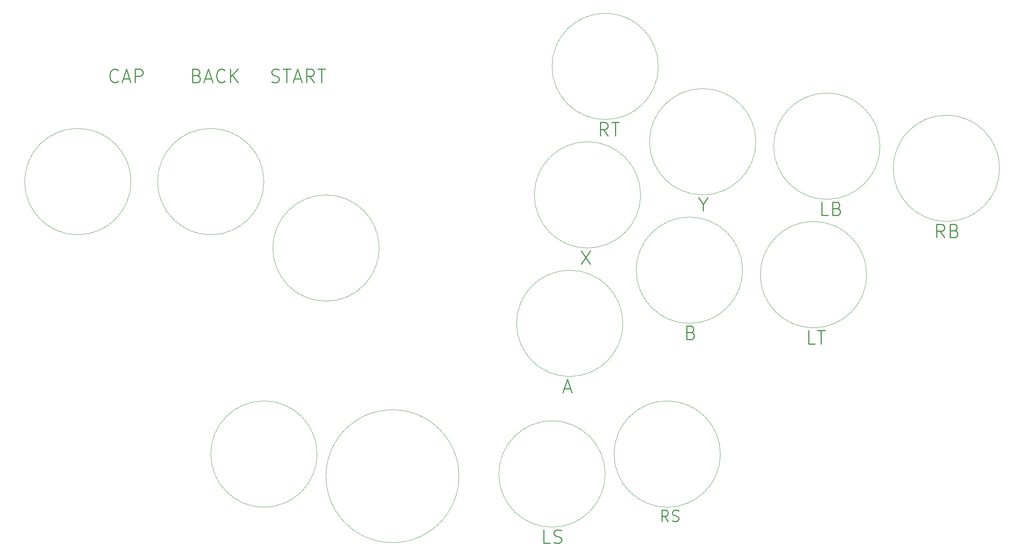
<source format=gbr>
%TF.GenerationSoftware,KiCad,Pcbnew,8.0.4*%
%TF.CreationDate,2024-08-31T11:22:35+09:00*%
%TF.ProjectId,nzx,6e7a782e-6b69-4636-9164-5f7063625858,rev?*%
%TF.SameCoordinates,Original*%
%TF.FileFunction,Legend,Top*%
%TF.FilePolarity,Positive*%
%FSLAX46Y46*%
G04 Gerber Fmt 4.6, Leading zero omitted, Abs format (unit mm)*
G04 Created by KiCad (PCBNEW 8.0.4) date 2024-08-31 11:22:35*
%MOMM*%
%LPD*%
G01*
G04 APERTURE LIST*
%ADD10C,0.250000*%
%ADD11C,0.100000*%
G04 APERTURE END LIST*
D10*
X213807330Y-61119857D02*
X212378758Y-61119857D01*
X212378758Y-61119857D02*
X212378758Y-58119857D01*
X215807329Y-59548428D02*
X216235901Y-59691285D01*
X216235901Y-59691285D02*
X216378758Y-59834142D01*
X216378758Y-59834142D02*
X216521615Y-60119857D01*
X216521615Y-60119857D02*
X216521615Y-60548428D01*
X216521615Y-60548428D02*
X216378758Y-60834142D01*
X216378758Y-60834142D02*
X216235901Y-60977000D01*
X216235901Y-60977000D02*
X215950186Y-61119857D01*
X215950186Y-61119857D02*
X214807329Y-61119857D01*
X214807329Y-61119857D02*
X214807329Y-58119857D01*
X214807329Y-58119857D02*
X215807329Y-58119857D01*
X215807329Y-58119857D02*
X216093044Y-58262714D01*
X216093044Y-58262714D02*
X216235901Y-58405571D01*
X216235901Y-58405571D02*
X216378758Y-58691285D01*
X216378758Y-58691285D02*
X216378758Y-58977000D01*
X216378758Y-58977000D02*
X216235901Y-59262714D01*
X216235901Y-59262714D02*
X216093044Y-59405571D01*
X216093044Y-59405571D02*
X215807329Y-59548428D01*
X215807329Y-59548428D02*
X214807329Y-59548428D01*
X182878758Y-87548428D02*
X183307330Y-87691285D01*
X183307330Y-87691285D02*
X183450187Y-87834142D01*
X183450187Y-87834142D02*
X183593044Y-88119857D01*
X183593044Y-88119857D02*
X183593044Y-88548428D01*
X183593044Y-88548428D02*
X183450187Y-88834142D01*
X183450187Y-88834142D02*
X183307330Y-88977000D01*
X183307330Y-88977000D02*
X183021615Y-89119857D01*
X183021615Y-89119857D02*
X181878758Y-89119857D01*
X181878758Y-89119857D02*
X181878758Y-86119857D01*
X181878758Y-86119857D02*
X182878758Y-86119857D01*
X182878758Y-86119857D02*
X183164473Y-86262714D01*
X183164473Y-86262714D02*
X183307330Y-86405571D01*
X183307330Y-86405571D02*
X183450187Y-86691285D01*
X183450187Y-86691285D02*
X183450187Y-86977000D01*
X183450187Y-86977000D02*
X183307330Y-87262714D01*
X183307330Y-87262714D02*
X183164473Y-87405571D01*
X183164473Y-87405571D02*
X182878758Y-87548428D01*
X182878758Y-87548428D02*
X181878758Y-87548428D01*
X158093044Y-69119857D02*
X160093044Y-72119857D01*
X160093044Y-69119857D02*
X158093044Y-72119857D01*
X151089473Y-135119857D02*
X149660901Y-135119857D01*
X149660901Y-135119857D02*
X149660901Y-132119857D01*
X151946615Y-134977000D02*
X152375187Y-135119857D01*
X152375187Y-135119857D02*
X153089472Y-135119857D01*
X153089472Y-135119857D02*
X153375187Y-134977000D01*
X153375187Y-134977000D02*
X153518044Y-134834142D01*
X153518044Y-134834142D02*
X153660901Y-134548428D01*
X153660901Y-134548428D02*
X153660901Y-134262714D01*
X153660901Y-134262714D02*
X153518044Y-133977000D01*
X153518044Y-133977000D02*
X153375187Y-133834142D01*
X153375187Y-133834142D02*
X153089472Y-133691285D01*
X153089472Y-133691285D02*
X152518044Y-133548428D01*
X152518044Y-133548428D02*
X152232329Y-133405571D01*
X152232329Y-133405571D02*
X152089472Y-133262714D01*
X152089472Y-133262714D02*
X151946615Y-132977000D01*
X151946615Y-132977000D02*
X151946615Y-132691285D01*
X151946615Y-132691285D02*
X152089472Y-132405571D01*
X152089472Y-132405571D02*
X152232329Y-132262714D01*
X152232329Y-132262714D02*
X152518044Y-132119857D01*
X152518044Y-132119857D02*
X153232329Y-132119857D01*
X153232329Y-132119857D02*
X153660901Y-132262714D01*
X88235901Y-30977000D02*
X88664473Y-31119857D01*
X88664473Y-31119857D02*
X89378758Y-31119857D01*
X89378758Y-31119857D02*
X89664473Y-30977000D01*
X89664473Y-30977000D02*
X89807330Y-30834142D01*
X89807330Y-30834142D02*
X89950187Y-30548428D01*
X89950187Y-30548428D02*
X89950187Y-30262714D01*
X89950187Y-30262714D02*
X89807330Y-29977000D01*
X89807330Y-29977000D02*
X89664473Y-29834142D01*
X89664473Y-29834142D02*
X89378758Y-29691285D01*
X89378758Y-29691285D02*
X88807330Y-29548428D01*
X88807330Y-29548428D02*
X88521615Y-29405571D01*
X88521615Y-29405571D02*
X88378758Y-29262714D01*
X88378758Y-29262714D02*
X88235901Y-28977000D01*
X88235901Y-28977000D02*
X88235901Y-28691285D01*
X88235901Y-28691285D02*
X88378758Y-28405571D01*
X88378758Y-28405571D02*
X88521615Y-28262714D01*
X88521615Y-28262714D02*
X88807330Y-28119857D01*
X88807330Y-28119857D02*
X89521615Y-28119857D01*
X89521615Y-28119857D02*
X89950187Y-28262714D01*
X90807330Y-28119857D02*
X92521616Y-28119857D01*
X91664473Y-31119857D02*
X91664473Y-28119857D01*
X93378758Y-30262714D02*
X94807330Y-30262714D01*
X93093044Y-31119857D02*
X94093044Y-28119857D01*
X94093044Y-28119857D02*
X95093044Y-31119857D01*
X97807330Y-31119857D02*
X96807330Y-29691285D01*
X96093044Y-31119857D02*
X96093044Y-28119857D01*
X96093044Y-28119857D02*
X97235901Y-28119857D01*
X97235901Y-28119857D02*
X97521616Y-28262714D01*
X97521616Y-28262714D02*
X97664473Y-28405571D01*
X97664473Y-28405571D02*
X97807330Y-28691285D01*
X97807330Y-28691285D02*
X97807330Y-29119857D01*
X97807330Y-29119857D02*
X97664473Y-29405571D01*
X97664473Y-29405571D02*
X97521616Y-29548428D01*
X97521616Y-29548428D02*
X97235901Y-29691285D01*
X97235901Y-29691285D02*
X96093044Y-29691285D01*
X98664473Y-28119857D02*
X100378759Y-28119857D01*
X99521616Y-31119857D02*
X99521616Y-28119857D01*
X53593044Y-30834142D02*
X53450187Y-30977000D01*
X53450187Y-30977000D02*
X53021615Y-31119857D01*
X53021615Y-31119857D02*
X52735901Y-31119857D01*
X52735901Y-31119857D02*
X52307330Y-30977000D01*
X52307330Y-30977000D02*
X52021615Y-30691285D01*
X52021615Y-30691285D02*
X51878758Y-30405571D01*
X51878758Y-30405571D02*
X51735901Y-29834142D01*
X51735901Y-29834142D02*
X51735901Y-29405571D01*
X51735901Y-29405571D02*
X51878758Y-28834142D01*
X51878758Y-28834142D02*
X52021615Y-28548428D01*
X52021615Y-28548428D02*
X52307330Y-28262714D01*
X52307330Y-28262714D02*
X52735901Y-28119857D01*
X52735901Y-28119857D02*
X53021615Y-28119857D01*
X53021615Y-28119857D02*
X53450187Y-28262714D01*
X53450187Y-28262714D02*
X53593044Y-28405571D01*
X54735901Y-30262714D02*
X56164473Y-30262714D01*
X54450187Y-31119857D02*
X55450187Y-28119857D01*
X55450187Y-28119857D02*
X56450187Y-31119857D01*
X57450187Y-31119857D02*
X57450187Y-28119857D01*
X57450187Y-28119857D02*
X58593044Y-28119857D01*
X58593044Y-28119857D02*
X58878759Y-28262714D01*
X58878759Y-28262714D02*
X59021616Y-28405571D01*
X59021616Y-28405571D02*
X59164473Y-28691285D01*
X59164473Y-28691285D02*
X59164473Y-29119857D01*
X59164473Y-29119857D02*
X59021616Y-29405571D01*
X59021616Y-29405571D02*
X58878759Y-29548428D01*
X58878759Y-29548428D02*
X58593044Y-29691285D01*
X58593044Y-29691285D02*
X57450187Y-29691285D01*
X185589473Y-58691285D02*
X185589473Y-60119857D01*
X184589473Y-57119857D02*
X185589473Y-58691285D01*
X185589473Y-58691285D02*
X186589473Y-57119857D01*
X177688282Y-130181047D02*
X176854949Y-128990571D01*
X176259711Y-130181047D02*
X176259711Y-127681047D01*
X176259711Y-127681047D02*
X177212092Y-127681047D01*
X177212092Y-127681047D02*
X177450187Y-127800095D01*
X177450187Y-127800095D02*
X177569234Y-127919142D01*
X177569234Y-127919142D02*
X177688282Y-128157238D01*
X177688282Y-128157238D02*
X177688282Y-128514380D01*
X177688282Y-128514380D02*
X177569234Y-128752476D01*
X177569234Y-128752476D02*
X177450187Y-128871523D01*
X177450187Y-128871523D02*
X177212092Y-128990571D01*
X177212092Y-128990571D02*
X176259711Y-128990571D01*
X178640663Y-130062000D02*
X178997806Y-130181047D01*
X178997806Y-130181047D02*
X179593044Y-130181047D01*
X179593044Y-130181047D02*
X179831139Y-130062000D01*
X179831139Y-130062000D02*
X179950187Y-129942952D01*
X179950187Y-129942952D02*
X180069234Y-129704857D01*
X180069234Y-129704857D02*
X180069234Y-129466761D01*
X180069234Y-129466761D02*
X179950187Y-129228666D01*
X179950187Y-129228666D02*
X179831139Y-129109619D01*
X179831139Y-129109619D02*
X179593044Y-128990571D01*
X179593044Y-128990571D02*
X179116853Y-128871523D01*
X179116853Y-128871523D02*
X178878758Y-128752476D01*
X178878758Y-128752476D02*
X178759711Y-128633428D01*
X178759711Y-128633428D02*
X178640663Y-128395333D01*
X178640663Y-128395333D02*
X178640663Y-128157238D01*
X178640663Y-128157238D02*
X178759711Y-127919142D01*
X178759711Y-127919142D02*
X178878758Y-127800095D01*
X178878758Y-127800095D02*
X179116853Y-127681047D01*
X179116853Y-127681047D02*
X179712092Y-127681047D01*
X179712092Y-127681047D02*
X180069234Y-127800095D01*
X210807330Y-90119857D02*
X209378758Y-90119857D01*
X209378758Y-90119857D02*
X209378758Y-87119857D01*
X211378758Y-87119857D02*
X213093044Y-87119857D01*
X212235901Y-90119857D02*
X212235901Y-87119857D01*
X71378758Y-29548428D02*
X71807330Y-29691285D01*
X71807330Y-29691285D02*
X71950187Y-29834142D01*
X71950187Y-29834142D02*
X72093044Y-30119857D01*
X72093044Y-30119857D02*
X72093044Y-30548428D01*
X72093044Y-30548428D02*
X71950187Y-30834142D01*
X71950187Y-30834142D02*
X71807330Y-30977000D01*
X71807330Y-30977000D02*
X71521615Y-31119857D01*
X71521615Y-31119857D02*
X70378758Y-31119857D01*
X70378758Y-31119857D02*
X70378758Y-28119857D01*
X70378758Y-28119857D02*
X71378758Y-28119857D01*
X71378758Y-28119857D02*
X71664473Y-28262714D01*
X71664473Y-28262714D02*
X71807330Y-28405571D01*
X71807330Y-28405571D02*
X71950187Y-28691285D01*
X71950187Y-28691285D02*
X71950187Y-28977000D01*
X71950187Y-28977000D02*
X71807330Y-29262714D01*
X71807330Y-29262714D02*
X71664473Y-29405571D01*
X71664473Y-29405571D02*
X71378758Y-29548428D01*
X71378758Y-29548428D02*
X70378758Y-29548428D01*
X73235901Y-30262714D02*
X74664473Y-30262714D01*
X72950187Y-31119857D02*
X73950187Y-28119857D01*
X73950187Y-28119857D02*
X74950187Y-31119857D01*
X77664473Y-30834142D02*
X77521616Y-30977000D01*
X77521616Y-30977000D02*
X77093044Y-31119857D01*
X77093044Y-31119857D02*
X76807330Y-31119857D01*
X76807330Y-31119857D02*
X76378759Y-30977000D01*
X76378759Y-30977000D02*
X76093044Y-30691285D01*
X76093044Y-30691285D02*
X75950187Y-30405571D01*
X75950187Y-30405571D02*
X75807330Y-29834142D01*
X75807330Y-29834142D02*
X75807330Y-29405571D01*
X75807330Y-29405571D02*
X75950187Y-28834142D01*
X75950187Y-28834142D02*
X76093044Y-28548428D01*
X76093044Y-28548428D02*
X76378759Y-28262714D01*
X76378759Y-28262714D02*
X76807330Y-28119857D01*
X76807330Y-28119857D02*
X77093044Y-28119857D01*
X77093044Y-28119857D02*
X77521616Y-28262714D01*
X77521616Y-28262714D02*
X77664473Y-28405571D01*
X78950187Y-31119857D02*
X78950187Y-28119857D01*
X80664473Y-31119857D02*
X79378759Y-29405571D01*
X80664473Y-28119857D02*
X78950187Y-29834142D01*
X154235901Y-100262714D02*
X155664473Y-100262714D01*
X153950187Y-101119857D02*
X154950187Y-98119857D01*
X154950187Y-98119857D02*
X155950187Y-101119857D01*
X240018044Y-66119857D02*
X239018044Y-64691285D01*
X238303758Y-66119857D02*
X238303758Y-63119857D01*
X238303758Y-63119857D02*
X239446615Y-63119857D01*
X239446615Y-63119857D02*
X239732330Y-63262714D01*
X239732330Y-63262714D02*
X239875187Y-63405571D01*
X239875187Y-63405571D02*
X240018044Y-63691285D01*
X240018044Y-63691285D02*
X240018044Y-64119857D01*
X240018044Y-64119857D02*
X239875187Y-64405571D01*
X239875187Y-64405571D02*
X239732330Y-64548428D01*
X239732330Y-64548428D02*
X239446615Y-64691285D01*
X239446615Y-64691285D02*
X238303758Y-64691285D01*
X242303758Y-64548428D02*
X242732330Y-64691285D01*
X242732330Y-64691285D02*
X242875187Y-64834142D01*
X242875187Y-64834142D02*
X243018044Y-65119857D01*
X243018044Y-65119857D02*
X243018044Y-65548428D01*
X243018044Y-65548428D02*
X242875187Y-65834142D01*
X242875187Y-65834142D02*
X242732330Y-65977000D01*
X242732330Y-65977000D02*
X242446615Y-66119857D01*
X242446615Y-66119857D02*
X241303758Y-66119857D01*
X241303758Y-66119857D02*
X241303758Y-63119857D01*
X241303758Y-63119857D02*
X242303758Y-63119857D01*
X242303758Y-63119857D02*
X242589473Y-63262714D01*
X242589473Y-63262714D02*
X242732330Y-63405571D01*
X242732330Y-63405571D02*
X242875187Y-63691285D01*
X242875187Y-63691285D02*
X242875187Y-63977000D01*
X242875187Y-63977000D02*
X242732330Y-64262714D01*
X242732330Y-64262714D02*
X242589473Y-64405571D01*
X242589473Y-64405571D02*
X242303758Y-64548428D01*
X242303758Y-64548428D02*
X241303758Y-64548428D01*
X164093044Y-43119857D02*
X163093044Y-41691285D01*
X162378758Y-43119857D02*
X162378758Y-40119857D01*
X162378758Y-40119857D02*
X163521615Y-40119857D01*
X163521615Y-40119857D02*
X163807330Y-40262714D01*
X163807330Y-40262714D02*
X163950187Y-40405571D01*
X163950187Y-40405571D02*
X164093044Y-40691285D01*
X164093044Y-40691285D02*
X164093044Y-41119857D01*
X164093044Y-41119857D02*
X163950187Y-41405571D01*
X163950187Y-41405571D02*
X163807330Y-41548428D01*
X163807330Y-41548428D02*
X163521615Y-41691285D01*
X163521615Y-41691285D02*
X162378758Y-41691285D01*
X164950187Y-40119857D02*
X166664473Y-40119857D01*
X165807330Y-43119857D02*
X165807330Y-40119857D01*
D11*
%TO.C,B1(A)1*%
X167500000Y-85500000D02*
G75*
G02*
X143500000Y-85500000I-12000000J0D01*
G01*
X143500000Y-85500000D02*
G75*
G02*
X167500000Y-85500000I12000000J0D01*
G01*
%TO.C,LEFT1*%
X56500000Y-53500000D02*
G75*
G02*
X32500000Y-53500000I-12000000J0D01*
G01*
X32500000Y-53500000D02*
G75*
G02*
X56500000Y-53500000I12000000J0D01*
G01*
%TO.C,RIGHT1*%
X112500000Y-68500000D02*
G75*
G02*
X88500000Y-68500000I-12000000J0D01*
G01*
X88500000Y-68500000D02*
G75*
G02*
X112500000Y-68500000I12000000J0D01*
G01*
%TO.C,L1(L)1*%
X222500000Y-74500000D02*
G75*
G02*
X198500000Y-74500000I-12000000J0D01*
G01*
X198500000Y-74500000D02*
G75*
G02*
X222500000Y-74500000I12000000J0D01*
G01*
%TO.C,B2(B)1*%
X194500000Y-73500000D02*
G75*
G02*
X170500000Y-73500000I-12000000J0D01*
G01*
X170500000Y-73500000D02*
G75*
G02*
X194500000Y-73500000I12000000J0D01*
G01*
%TO.C,L2(LB)1*%
X225510000Y-45500000D02*
G75*
G02*
X201510000Y-45500000I-12000000J0D01*
G01*
X201510000Y-45500000D02*
G75*
G02*
X225510000Y-45500000I12000000J0D01*
G01*
%TO.C,DOWN1*%
X86500000Y-53500000D02*
G75*
G02*
X62500000Y-53500000I-12000000J0D01*
G01*
X62500000Y-53500000D02*
G75*
G02*
X86500000Y-53500000I12000000J0D01*
G01*
%TO.C,B4(Y)1*%
X197500000Y-44500000D02*
G75*
G02*
X173500000Y-44500000I-12000000J0D01*
G01*
X173500000Y-44500000D02*
G75*
G02*
X197500000Y-44500000I12000000J0D01*
G01*
%TO.C,UP1*%
X130500000Y-120000000D02*
G75*
G02*
X100500000Y-120000000I-15000000J0D01*
G01*
X100500000Y-120000000D02*
G75*
G02*
X130500000Y-120000000I15000000J0D01*
G01*
%TO.C,R3(RS)1*%
X189500000Y-115000000D02*
G75*
G02*
X165500000Y-115000000I-12000000J0D01*
G01*
X165500000Y-115000000D02*
G75*
G02*
X189500000Y-115000000I12000000J0D01*
G01*
%TO.C,R1(R)1*%
X175500000Y-27500000D02*
G75*
G02*
X151500000Y-27500000I-12000000J0D01*
G01*
X151500000Y-27500000D02*
G75*
G02*
X175500000Y-27500000I12000000J0D01*
G01*
%TO.C,A1(GUIDE)1*%
X98500000Y-115000000D02*
G75*
G02*
X74500000Y-115000000I-12000000J0D01*
G01*
X74500000Y-115000000D02*
G75*
G02*
X98500000Y-115000000I12000000J0D01*
G01*
%TO.C,L3(LS)1*%
X163500000Y-119500000D02*
G75*
G02*
X139500000Y-119500000I-12000000J0D01*
G01*
X139500000Y-119500000D02*
G75*
G02*
X163500000Y-119500000I12000000J0D01*
G01*
%TO.C,R2(RB)1*%
X252500000Y-50500000D02*
G75*
G02*
X228500000Y-50500000I-12000000J0D01*
G01*
X228500000Y-50500000D02*
G75*
G02*
X252500000Y-50500000I12000000J0D01*
G01*
%TO.C,B3(X)1*%
X171500000Y-56500000D02*
G75*
G02*
X147500000Y-56500000I-12000000J0D01*
G01*
X147500000Y-56500000D02*
G75*
G02*
X171500000Y-56500000I12000000J0D01*
G01*
%TD*%
M02*

</source>
